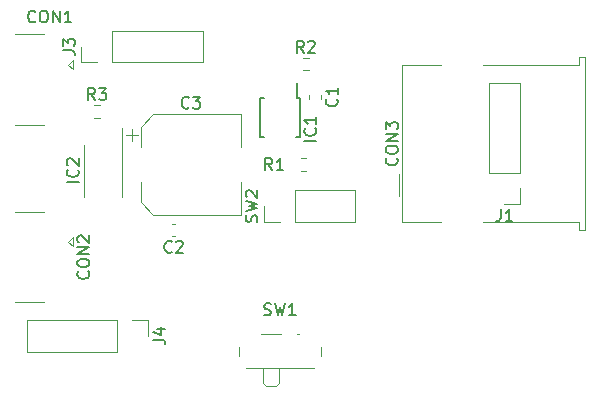
<source format=gbr>
%TF.GenerationSoftware,KiCad,Pcbnew,7.0.6*%
%TF.CreationDate,2023-09-17T17:39:24+01:00*%
%TF.ProjectId,working,776f726b-696e-4672-9e6b-696361645f70,rev?*%
%TF.SameCoordinates,Original*%
%TF.FileFunction,Legend,Top*%
%TF.FilePolarity,Positive*%
%FSLAX46Y46*%
G04 Gerber Fmt 4.6, Leading zero omitted, Abs format (unit mm)*
G04 Created by KiCad (PCBNEW 7.0.6) date 2023-09-17 17:39:24*
%MOMM*%
%LPD*%
G01*
G04 APERTURE LIST*
%ADD10C,0.150000*%
%ADD11C,0.120000*%
G04 APERTURE END LIST*
D10*
X-17045180Y-5476189D02*
X-18045180Y-5476189D01*
X-17140419Y-4428571D02*
X-17092800Y-4476190D01*
X-17092800Y-4476190D02*
X-17045180Y-4619047D01*
X-17045180Y-4619047D02*
X-17045180Y-4714285D01*
X-17045180Y-4714285D02*
X-17092800Y-4857142D01*
X-17092800Y-4857142D02*
X-17188038Y-4952380D01*
X-17188038Y-4952380D02*
X-17283276Y-4999999D01*
X-17283276Y-4999999D02*
X-17473752Y-5047618D01*
X-17473752Y-5047618D02*
X-17616609Y-5047618D01*
X-17616609Y-5047618D02*
X-17807085Y-4999999D01*
X-17807085Y-4999999D02*
X-17902323Y-4952380D01*
X-17902323Y-4952380D02*
X-17997561Y-4857142D01*
X-17997561Y-4857142D02*
X-18045180Y-4714285D01*
X-18045180Y-4714285D02*
X-18045180Y-4619047D01*
X-18045180Y-4619047D02*
X-17997561Y-4476190D01*
X-17997561Y-4476190D02*
X-17949942Y-4428571D01*
X-17949942Y-4047618D02*
X-17997561Y-3999999D01*
X-17997561Y-3999999D02*
X-18045180Y-3904761D01*
X-18045180Y-3904761D02*
X-18045180Y-3666666D01*
X-18045180Y-3666666D02*
X-17997561Y-3571428D01*
X-17997561Y-3571428D02*
X-17949942Y-3523809D01*
X-17949942Y-3523809D02*
X-17854704Y-3476190D01*
X-17854704Y-3476190D02*
X-17759466Y-3476190D01*
X-17759466Y-3476190D02*
X-17616609Y-3523809D01*
X-17616609Y-3523809D02*
X-17045180Y-4095237D01*
X-17045180Y-4095237D02*
X-17045180Y-3476190D01*
X-1962800Y-8833332D02*
X-1915180Y-8690475D01*
X-1915180Y-8690475D02*
X-1915180Y-8452380D01*
X-1915180Y-8452380D02*
X-1962800Y-8357142D01*
X-1962800Y-8357142D02*
X-2010419Y-8309523D01*
X-2010419Y-8309523D02*
X-2105657Y-8261904D01*
X-2105657Y-8261904D02*
X-2200895Y-8261904D01*
X-2200895Y-8261904D02*
X-2296133Y-8309523D01*
X-2296133Y-8309523D02*
X-2343752Y-8357142D01*
X-2343752Y-8357142D02*
X-2391371Y-8452380D01*
X-2391371Y-8452380D02*
X-2438990Y-8642856D01*
X-2438990Y-8642856D02*
X-2486609Y-8738094D01*
X-2486609Y-8738094D02*
X-2534228Y-8785713D01*
X-2534228Y-8785713D02*
X-2629466Y-8833332D01*
X-2629466Y-8833332D02*
X-2724704Y-8833332D01*
X-2724704Y-8833332D02*
X-2819942Y-8785713D01*
X-2819942Y-8785713D02*
X-2867561Y-8738094D01*
X-2867561Y-8738094D02*
X-2915180Y-8642856D01*
X-2915180Y-8642856D02*
X-2915180Y-8404761D01*
X-2915180Y-8404761D02*
X-2867561Y-8261904D01*
X-2915180Y-7928570D02*
X-1915180Y-7690475D01*
X-1915180Y-7690475D02*
X-2629466Y-7499999D01*
X-2629466Y-7499999D02*
X-1915180Y-7309523D01*
X-1915180Y-7309523D02*
X-2915180Y-7071428D01*
X-2819942Y-6738094D02*
X-2867561Y-6690475D01*
X-2867561Y-6690475D02*
X-2915180Y-6595237D01*
X-2915180Y-6595237D02*
X-2915180Y-6357142D01*
X-2915180Y-6357142D02*
X-2867561Y-6261904D01*
X-2867561Y-6261904D02*
X-2819942Y-6214285D01*
X-2819942Y-6214285D02*
X-2724704Y-6166666D01*
X-2724704Y-6166666D02*
X-2629466Y-6166666D01*
X-2629466Y-6166666D02*
X-2486609Y-6214285D01*
X-2486609Y-6214285D02*
X-1915180Y-6785713D01*
X-1915180Y-6785713D02*
X-1915180Y-6166666D01*
X-10715180Y-18833333D02*
X-10000895Y-18833333D01*
X-10000895Y-18833333D02*
X-9858038Y-18880952D01*
X-9858038Y-18880952D02*
X-9762800Y-18976190D01*
X-9762800Y-18976190D02*
X-9715180Y-19119047D01*
X-9715180Y-19119047D02*
X-9715180Y-19214285D01*
X-10381847Y-17928571D02*
X-9715180Y-17928571D01*
X-10762800Y-18166666D02*
X-10048514Y-18404761D01*
X-10048514Y-18404761D02*
X-10048514Y-17785714D01*
X-18375180Y5666666D02*
X-17660895Y5666666D01*
X-17660895Y5666666D02*
X-17518038Y5619047D01*
X-17518038Y5619047D02*
X-17422800Y5523809D01*
X-17422800Y5523809D02*
X-17375180Y5380952D01*
X-17375180Y5380952D02*
X-17375180Y5285714D01*
X-18375180Y6047619D02*
X-18375180Y6666666D01*
X-18375180Y6666666D02*
X-17994228Y6333333D01*
X-17994228Y6333333D02*
X-17994228Y6476190D01*
X-17994228Y6476190D02*
X-17946609Y6571428D01*
X-17946609Y6571428D02*
X-17898990Y6619047D01*
X-17898990Y6619047D02*
X-17803752Y6666666D01*
X-17803752Y6666666D02*
X-17565657Y6666666D01*
X-17565657Y6666666D02*
X-17470419Y6619047D01*
X-17470419Y6619047D02*
X-17422800Y6571428D01*
X-17422800Y6571428D02*
X-17375180Y6476190D01*
X-17375180Y6476190D02*
X-17375180Y6190476D01*
X-17375180Y6190476D02*
X-17422800Y6095238D01*
X-17422800Y6095238D02*
X-17470419Y6047619D01*
X18666666Y-7784819D02*
X18666666Y-8499104D01*
X18666666Y-8499104D02*
X18619047Y-8641961D01*
X18619047Y-8641961D02*
X18523809Y-8737200D01*
X18523809Y-8737200D02*
X18380952Y-8784819D01*
X18380952Y-8784819D02*
X18285714Y-8784819D01*
X19666666Y-8784819D02*
X19095238Y-8784819D01*
X19380952Y-8784819D02*
X19380952Y-7784819D01*
X19380952Y-7784819D02*
X19285714Y-7927676D01*
X19285714Y-7927676D02*
X19190476Y-8022914D01*
X19190476Y-8022914D02*
X19095238Y-8070533D01*
X-1333332Y-16707200D02*
X-1190475Y-16754819D01*
X-1190475Y-16754819D02*
X-952380Y-16754819D01*
X-952380Y-16754819D02*
X-857142Y-16707200D01*
X-857142Y-16707200D02*
X-809523Y-16659580D01*
X-809523Y-16659580D02*
X-761904Y-16564342D01*
X-761904Y-16564342D02*
X-761904Y-16469104D01*
X-761904Y-16469104D02*
X-809523Y-16373866D01*
X-809523Y-16373866D02*
X-857142Y-16326247D01*
X-857142Y-16326247D02*
X-952380Y-16278628D01*
X-952380Y-16278628D02*
X-1142856Y-16231009D01*
X-1142856Y-16231009D02*
X-1238094Y-16183390D01*
X-1238094Y-16183390D02*
X-1285713Y-16135771D01*
X-1285713Y-16135771D02*
X-1333332Y-16040533D01*
X-1333332Y-16040533D02*
X-1333332Y-15945295D01*
X-1333332Y-15945295D02*
X-1285713Y-15850057D01*
X-1285713Y-15850057D02*
X-1238094Y-15802438D01*
X-1238094Y-15802438D02*
X-1142856Y-15754819D01*
X-1142856Y-15754819D02*
X-904761Y-15754819D01*
X-904761Y-15754819D02*
X-761904Y-15802438D01*
X-428570Y-15754819D02*
X-190475Y-16754819D01*
X-190475Y-16754819D02*
X0Y-16040533D01*
X0Y-16040533D02*
X190476Y-16754819D01*
X190476Y-16754819D02*
X428572Y-15754819D01*
X1333333Y-16754819D02*
X761905Y-16754819D01*
X1047619Y-16754819D02*
X1047619Y-15754819D01*
X1047619Y-15754819D02*
X952381Y-15897676D01*
X952381Y-15897676D02*
X857143Y-15992914D01*
X857143Y-15992914D02*
X761905Y-16040533D01*
X9869580Y-3444285D02*
X9917200Y-3491904D01*
X9917200Y-3491904D02*
X9964819Y-3634761D01*
X9964819Y-3634761D02*
X9964819Y-3729999D01*
X9964819Y-3729999D02*
X9917200Y-3872856D01*
X9917200Y-3872856D02*
X9821961Y-3968094D01*
X9821961Y-3968094D02*
X9726723Y-4015713D01*
X9726723Y-4015713D02*
X9536247Y-4063332D01*
X9536247Y-4063332D02*
X9393390Y-4063332D01*
X9393390Y-4063332D02*
X9202914Y-4015713D01*
X9202914Y-4015713D02*
X9107676Y-3968094D01*
X9107676Y-3968094D02*
X9012438Y-3872856D01*
X9012438Y-3872856D02*
X8964819Y-3729999D01*
X8964819Y-3729999D02*
X8964819Y-3634761D01*
X8964819Y-3634761D02*
X9012438Y-3491904D01*
X9012438Y-3491904D02*
X9060057Y-3444285D01*
X8964819Y-2825237D02*
X8964819Y-2634761D01*
X8964819Y-2634761D02*
X9012438Y-2539523D01*
X9012438Y-2539523D02*
X9107676Y-2444285D01*
X9107676Y-2444285D02*
X9298152Y-2396666D01*
X9298152Y-2396666D02*
X9631485Y-2396666D01*
X9631485Y-2396666D02*
X9821961Y-2444285D01*
X9821961Y-2444285D02*
X9917200Y-2539523D01*
X9917200Y-2539523D02*
X9964819Y-2634761D01*
X9964819Y-2634761D02*
X9964819Y-2825237D01*
X9964819Y-2825237D02*
X9917200Y-2920475D01*
X9917200Y-2920475D02*
X9821961Y-3015713D01*
X9821961Y-3015713D02*
X9631485Y-3063332D01*
X9631485Y-3063332D02*
X9298152Y-3063332D01*
X9298152Y-3063332D02*
X9107676Y-3015713D01*
X9107676Y-3015713D02*
X9012438Y-2920475D01*
X9012438Y-2920475D02*
X8964819Y-2825237D01*
X9964819Y-1968094D02*
X8964819Y-1968094D01*
X8964819Y-1968094D02*
X9964819Y-1396666D01*
X9964819Y-1396666D02*
X8964819Y-1396666D01*
X8964819Y-1015713D02*
X8964819Y-396666D01*
X8964819Y-396666D02*
X9345771Y-729999D01*
X9345771Y-729999D02*
X9345771Y-587142D01*
X9345771Y-587142D02*
X9393390Y-491904D01*
X9393390Y-491904D02*
X9441009Y-444285D01*
X9441009Y-444285D02*
X9536247Y-396666D01*
X9536247Y-396666D02*
X9774342Y-396666D01*
X9774342Y-396666D02*
X9869580Y-444285D01*
X9869580Y-444285D02*
X9917200Y-491904D01*
X9917200Y-491904D02*
X9964819Y-587142D01*
X9964819Y-587142D02*
X9964819Y-872856D01*
X9964819Y-872856D02*
X9917200Y-968094D01*
X9917200Y-968094D02*
X9869580Y-1015713D01*
X-15666666Y1475180D02*
X-15999999Y1951371D01*
X-16238094Y1475180D02*
X-16238094Y2475180D01*
X-16238094Y2475180D02*
X-15857142Y2475180D01*
X-15857142Y2475180D02*
X-15761904Y2427561D01*
X-15761904Y2427561D02*
X-15714285Y2379942D01*
X-15714285Y2379942D02*
X-15666666Y2284704D01*
X-15666666Y2284704D02*
X-15666666Y2141847D01*
X-15666666Y2141847D02*
X-15714285Y2046609D01*
X-15714285Y2046609D02*
X-15761904Y1998990D01*
X-15761904Y1998990D02*
X-15857142Y1951371D01*
X-15857142Y1951371D02*
X-16238094Y1951371D01*
X-15333332Y2475180D02*
X-14714285Y2475180D01*
X-14714285Y2475180D02*
X-15047618Y2094228D01*
X-15047618Y2094228D02*
X-14904761Y2094228D01*
X-14904761Y2094228D02*
X-14809523Y2046609D01*
X-14809523Y2046609D02*
X-14761904Y1998990D01*
X-14761904Y1998990D02*
X-14714285Y1903752D01*
X-14714285Y1903752D02*
X-14714285Y1665657D01*
X-14714285Y1665657D02*
X-14761904Y1570419D01*
X-14761904Y1570419D02*
X-14809523Y1522800D01*
X-14809523Y1522800D02*
X-14904761Y1475180D01*
X-14904761Y1475180D02*
X-15190475Y1475180D01*
X-15190475Y1475180D02*
X-15285713Y1522800D01*
X-15285713Y1522800D02*
X-15333332Y1570419D01*
X4789580Y1558333D02*
X4837200Y1510714D01*
X4837200Y1510714D02*
X4884819Y1367857D01*
X4884819Y1367857D02*
X4884819Y1272619D01*
X4884819Y1272619D02*
X4837200Y1129762D01*
X4837200Y1129762D02*
X4741961Y1034524D01*
X4741961Y1034524D02*
X4646723Y986905D01*
X4646723Y986905D02*
X4456247Y939286D01*
X4456247Y939286D02*
X4313390Y939286D01*
X4313390Y939286D02*
X4122914Y986905D01*
X4122914Y986905D02*
X4027676Y1034524D01*
X4027676Y1034524D02*
X3932438Y1129762D01*
X3932438Y1129762D02*
X3884819Y1272619D01*
X3884819Y1272619D02*
X3884819Y1367857D01*
X3884819Y1367857D02*
X3932438Y1510714D01*
X3932438Y1510714D02*
X3980057Y1558333D01*
X4884819Y2510714D02*
X4884819Y1939286D01*
X4884819Y2225000D02*
X3884819Y2225000D01*
X3884819Y2225000D02*
X4027676Y2129762D01*
X4027676Y2129762D02*
X4122914Y2034524D01*
X4122914Y2034524D02*
X4170533Y1939286D01*
X3054819Y-1976189D02*
X2054819Y-1976189D01*
X2959580Y-928571D02*
X3007200Y-976190D01*
X3007200Y-976190D02*
X3054819Y-1119047D01*
X3054819Y-1119047D02*
X3054819Y-1214285D01*
X3054819Y-1214285D02*
X3007200Y-1357142D01*
X3007200Y-1357142D02*
X2911961Y-1452380D01*
X2911961Y-1452380D02*
X2816723Y-1499999D01*
X2816723Y-1499999D02*
X2626247Y-1547618D01*
X2626247Y-1547618D02*
X2483390Y-1547618D01*
X2483390Y-1547618D02*
X2292914Y-1499999D01*
X2292914Y-1499999D02*
X2197676Y-1452380D01*
X2197676Y-1452380D02*
X2102438Y-1357142D01*
X2102438Y-1357142D02*
X2054819Y-1214285D01*
X2054819Y-1214285D02*
X2054819Y-1119047D01*
X2054819Y-1119047D02*
X2102438Y-976190D01*
X2102438Y-976190D02*
X2150057Y-928571D01*
X3054819Y23809D02*
X3054819Y-547618D01*
X3054819Y-261904D02*
X2054819Y-261904D01*
X2054819Y-261904D02*
X2197676Y-357142D01*
X2197676Y-357142D02*
X2292914Y-452380D01*
X2292914Y-452380D02*
X2340533Y-547618D01*
X-666666Y-4454819D02*
X-999999Y-3978628D01*
X-1238094Y-4454819D02*
X-1238094Y-3454819D01*
X-1238094Y-3454819D02*
X-857142Y-3454819D01*
X-857142Y-3454819D02*
X-761904Y-3502438D01*
X-761904Y-3502438D02*
X-714285Y-3550057D01*
X-714285Y-3550057D02*
X-666666Y-3645295D01*
X-666666Y-3645295D02*
X-666666Y-3788152D01*
X-666666Y-3788152D02*
X-714285Y-3883390D01*
X-714285Y-3883390D02*
X-761904Y-3931009D01*
X-761904Y-3931009D02*
X-857142Y-3978628D01*
X-857142Y-3978628D02*
X-1238094Y-3978628D01*
X285714Y-4454819D02*
X-285713Y-4454819D01*
X0Y-4454819D02*
X0Y-3454819D01*
X0Y-3454819D02*
X-95237Y-3597676D01*
X-95237Y-3597676D02*
X-190475Y-3692914D01*
X-190475Y-3692914D02*
X-285713Y-3740533D01*
X2008333Y5475180D02*
X1675000Y5951371D01*
X1436905Y5475180D02*
X1436905Y6475180D01*
X1436905Y6475180D02*
X1817857Y6475180D01*
X1817857Y6475180D02*
X1913095Y6427561D01*
X1913095Y6427561D02*
X1960714Y6379942D01*
X1960714Y6379942D02*
X2008333Y6284704D01*
X2008333Y6284704D02*
X2008333Y6141847D01*
X2008333Y6141847D02*
X1960714Y6046609D01*
X1960714Y6046609D02*
X1913095Y5998990D01*
X1913095Y5998990D02*
X1817857Y5951371D01*
X1817857Y5951371D02*
X1436905Y5951371D01*
X2389286Y6379942D02*
X2436905Y6427561D01*
X2436905Y6427561D02*
X2532143Y6475180D01*
X2532143Y6475180D02*
X2770238Y6475180D01*
X2770238Y6475180D02*
X2865476Y6427561D01*
X2865476Y6427561D02*
X2913095Y6379942D01*
X2913095Y6379942D02*
X2960714Y6284704D01*
X2960714Y6284704D02*
X2960714Y6189466D01*
X2960714Y6189466D02*
X2913095Y6046609D01*
X2913095Y6046609D02*
X2341667Y5475180D01*
X2341667Y5475180D02*
X2960714Y5475180D01*
X-20714285Y8140419D02*
X-20761904Y8092800D01*
X-20761904Y8092800D02*
X-20904761Y8045180D01*
X-20904761Y8045180D02*
X-20999999Y8045180D01*
X-20999999Y8045180D02*
X-21142856Y8092800D01*
X-21142856Y8092800D02*
X-21238094Y8188038D01*
X-21238094Y8188038D02*
X-21285713Y8283276D01*
X-21285713Y8283276D02*
X-21333332Y8473752D01*
X-21333332Y8473752D02*
X-21333332Y8616609D01*
X-21333332Y8616609D02*
X-21285713Y8807085D01*
X-21285713Y8807085D02*
X-21238094Y8902323D01*
X-21238094Y8902323D02*
X-21142856Y8997561D01*
X-21142856Y8997561D02*
X-20999999Y9045180D01*
X-20999999Y9045180D02*
X-20904761Y9045180D01*
X-20904761Y9045180D02*
X-20761904Y8997561D01*
X-20761904Y8997561D02*
X-20714285Y8949942D01*
X-20095237Y9045180D02*
X-19904761Y9045180D01*
X-19904761Y9045180D02*
X-19809523Y8997561D01*
X-19809523Y8997561D02*
X-19714285Y8902323D01*
X-19714285Y8902323D02*
X-19666666Y8711847D01*
X-19666666Y8711847D02*
X-19666666Y8378514D01*
X-19666666Y8378514D02*
X-19714285Y8188038D01*
X-19714285Y8188038D02*
X-19809523Y8092800D01*
X-19809523Y8092800D02*
X-19904761Y8045180D01*
X-19904761Y8045180D02*
X-20095237Y8045180D01*
X-20095237Y8045180D02*
X-20190475Y8092800D01*
X-20190475Y8092800D02*
X-20285713Y8188038D01*
X-20285713Y8188038D02*
X-20333332Y8378514D01*
X-20333332Y8378514D02*
X-20333332Y8711847D01*
X-20333332Y8711847D02*
X-20285713Y8902323D01*
X-20285713Y8902323D02*
X-20190475Y8997561D01*
X-20190475Y8997561D02*
X-20095237Y9045180D01*
X-19238094Y8045180D02*
X-19238094Y9045180D01*
X-19238094Y9045180D02*
X-18666666Y8045180D01*
X-18666666Y8045180D02*
X-18666666Y9045180D01*
X-17666666Y8045180D02*
X-18238094Y8045180D01*
X-17952380Y8045180D02*
X-17952380Y9045180D01*
X-17952380Y9045180D02*
X-18047618Y8902323D01*
X-18047618Y8902323D02*
X-18142856Y8807085D01*
X-18142856Y8807085D02*
X-18238094Y8759466D01*
X-16250419Y-13039285D02*
X-16202800Y-13086904D01*
X-16202800Y-13086904D02*
X-16155180Y-13229761D01*
X-16155180Y-13229761D02*
X-16155180Y-13324999D01*
X-16155180Y-13324999D02*
X-16202800Y-13467856D01*
X-16202800Y-13467856D02*
X-16298038Y-13563094D01*
X-16298038Y-13563094D02*
X-16393276Y-13610713D01*
X-16393276Y-13610713D02*
X-16583752Y-13658332D01*
X-16583752Y-13658332D02*
X-16726609Y-13658332D01*
X-16726609Y-13658332D02*
X-16917085Y-13610713D01*
X-16917085Y-13610713D02*
X-17012323Y-13563094D01*
X-17012323Y-13563094D02*
X-17107561Y-13467856D01*
X-17107561Y-13467856D02*
X-17155180Y-13324999D01*
X-17155180Y-13324999D02*
X-17155180Y-13229761D01*
X-17155180Y-13229761D02*
X-17107561Y-13086904D01*
X-17107561Y-13086904D02*
X-17059942Y-13039285D01*
X-17155180Y-12420237D02*
X-17155180Y-12229761D01*
X-17155180Y-12229761D02*
X-17107561Y-12134523D01*
X-17107561Y-12134523D02*
X-17012323Y-12039285D01*
X-17012323Y-12039285D02*
X-16821847Y-11991666D01*
X-16821847Y-11991666D02*
X-16488514Y-11991666D01*
X-16488514Y-11991666D02*
X-16298038Y-12039285D01*
X-16298038Y-12039285D02*
X-16202800Y-12134523D01*
X-16202800Y-12134523D02*
X-16155180Y-12229761D01*
X-16155180Y-12229761D02*
X-16155180Y-12420237D01*
X-16155180Y-12420237D02*
X-16202800Y-12515475D01*
X-16202800Y-12515475D02*
X-16298038Y-12610713D01*
X-16298038Y-12610713D02*
X-16488514Y-12658332D01*
X-16488514Y-12658332D02*
X-16821847Y-12658332D01*
X-16821847Y-12658332D02*
X-17012323Y-12610713D01*
X-17012323Y-12610713D02*
X-17107561Y-12515475D01*
X-17107561Y-12515475D02*
X-17155180Y-12420237D01*
X-16155180Y-11563094D02*
X-17155180Y-11563094D01*
X-17155180Y-11563094D02*
X-16155180Y-10991666D01*
X-16155180Y-10991666D02*
X-17155180Y-10991666D01*
X-17059942Y-10563094D02*
X-17107561Y-10515475D01*
X-17107561Y-10515475D02*
X-17155180Y-10420237D01*
X-17155180Y-10420237D02*
X-17155180Y-10182142D01*
X-17155180Y-10182142D02*
X-17107561Y-10086904D01*
X-17107561Y-10086904D02*
X-17059942Y-10039285D01*
X-17059942Y-10039285D02*
X-16964704Y-9991666D01*
X-16964704Y-9991666D02*
X-16869466Y-9991666D01*
X-16869466Y-9991666D02*
X-16726609Y-10039285D01*
X-16726609Y-10039285D02*
X-16155180Y-10610713D01*
X-16155180Y-10610713D02*
X-16155180Y-9991666D01*
X-9166666Y-11359580D02*
X-9214285Y-11407200D01*
X-9214285Y-11407200D02*
X-9357142Y-11454819D01*
X-9357142Y-11454819D02*
X-9452380Y-11454819D01*
X-9452380Y-11454819D02*
X-9595237Y-11407200D01*
X-9595237Y-11407200D02*
X-9690475Y-11311961D01*
X-9690475Y-11311961D02*
X-9738094Y-11216723D01*
X-9738094Y-11216723D02*
X-9785713Y-11026247D01*
X-9785713Y-11026247D02*
X-9785713Y-10883390D01*
X-9785713Y-10883390D02*
X-9738094Y-10692914D01*
X-9738094Y-10692914D02*
X-9690475Y-10597676D01*
X-9690475Y-10597676D02*
X-9595237Y-10502438D01*
X-9595237Y-10502438D02*
X-9452380Y-10454819D01*
X-9452380Y-10454819D02*
X-9357142Y-10454819D01*
X-9357142Y-10454819D02*
X-9214285Y-10502438D01*
X-9214285Y-10502438D02*
X-9166666Y-10550057D01*
X-8785713Y-10550057D02*
X-8738094Y-10502438D01*
X-8738094Y-10502438D02*
X-8642856Y-10454819D01*
X-8642856Y-10454819D02*
X-8404761Y-10454819D01*
X-8404761Y-10454819D02*
X-8309523Y-10502438D01*
X-8309523Y-10502438D02*
X-8261904Y-10550057D01*
X-8261904Y-10550057D02*
X-8214285Y-10645295D01*
X-8214285Y-10645295D02*
X-8214285Y-10740533D01*
X-8214285Y-10740533D02*
X-8261904Y-10883390D01*
X-8261904Y-10883390D02*
X-8833332Y-11454819D01*
X-8833332Y-11454819D02*
X-8214285Y-11454819D01*
X-7716666Y840419D02*
X-7764285Y792800D01*
X-7764285Y792800D02*
X-7907142Y745180D01*
X-7907142Y745180D02*
X-8002380Y745180D01*
X-8002380Y745180D02*
X-8145237Y792800D01*
X-8145237Y792800D02*
X-8240475Y888038D01*
X-8240475Y888038D02*
X-8288094Y983276D01*
X-8288094Y983276D02*
X-8335713Y1173752D01*
X-8335713Y1173752D02*
X-8335713Y1316609D01*
X-8335713Y1316609D02*
X-8288094Y1507085D01*
X-8288094Y1507085D02*
X-8240475Y1602323D01*
X-8240475Y1602323D02*
X-8145237Y1697561D01*
X-8145237Y1697561D02*
X-8002380Y1745180D01*
X-8002380Y1745180D02*
X-7907142Y1745180D01*
X-7907142Y1745180D02*
X-7764285Y1697561D01*
X-7764285Y1697561D02*
X-7716666Y1649942D01*
X-7383332Y1745180D02*
X-6764285Y1745180D01*
X-6764285Y1745180D02*
X-7097618Y1364228D01*
X-7097618Y1364228D02*
X-6954761Y1364228D01*
X-6954761Y1364228D02*
X-6859523Y1316609D01*
X-6859523Y1316609D02*
X-6811904Y1268990D01*
X-6811904Y1268990D02*
X-6764285Y1173752D01*
X-6764285Y1173752D02*
X-6764285Y935657D01*
X-6764285Y935657D02*
X-6811904Y840419D01*
X-6811904Y840419D02*
X-6859523Y792800D01*
X-6859523Y792800D02*
X-6954761Y745180D01*
X-6954761Y745180D02*
X-7240475Y745180D01*
X-7240475Y745180D02*
X-7335713Y792800D01*
X-7335713Y792800D02*
X-7383332Y840419D01*
D11*
%TO.C,IC2*%
X-13390000Y-4500000D02*
X-13390000Y-900000D01*
X-13390000Y-4500000D02*
X-13390000Y-6700000D01*
X-16610000Y-4500000D02*
X-16610000Y-2300000D01*
X-16610000Y-4500000D02*
X-16610000Y-6700000D01*
%TO.C,SW2*%
X6370000Y-8830000D02*
X6370000Y-6170000D01*
X1230000Y-8830000D02*
X6370000Y-8830000D01*
X-40000Y-8830000D02*
X-1370000Y-8830000D01*
X1230000Y-6170000D02*
X6370000Y-6170000D01*
X-1370000Y-8830000D02*
X-1370000Y-7500000D01*
X1230000Y-8830000D02*
X1230000Y-6170000D01*
%TO.C,J4*%
X-13770000Y-19830000D02*
X-21450000Y-19830000D01*
X-12500000Y-17170000D02*
X-11170000Y-17170000D01*
X-21450000Y-17170000D02*
X-21450000Y-19830000D01*
X-13770000Y-17170000D02*
X-13770000Y-19830000D01*
X-11170000Y-17170000D02*
X-11170000Y-18500000D01*
X-13770000Y-17170000D02*
X-21450000Y-17170000D01*
%TO.C,J3*%
X-14230000Y7330000D02*
X-6550000Y7330000D01*
X-15500000Y4670000D02*
X-16830000Y4670000D01*
X-6550000Y4670000D02*
X-6550000Y7330000D01*
X-14230000Y4670000D02*
X-14230000Y7330000D01*
X-16830000Y4670000D02*
X-16830000Y6000000D01*
X-14230000Y4670000D02*
X-6550000Y4670000D01*
%TO.C,J1*%
X20330000Y-4730000D02*
X20330000Y2950000D01*
X20330000Y-7330000D02*
X19000000Y-7330000D01*
X20330000Y-4730000D02*
X17670000Y-4730000D01*
X20330000Y2950000D02*
X17670000Y2950000D01*
X20330000Y-6000000D02*
X20330000Y-7330000D01*
X17670000Y-4730000D02*
X17670000Y2950000D01*
%TO.C,SW1*%
X-1400000Y-21230000D02*
X-1400000Y-22520000D01*
X3450000Y-20220000D02*
X3450000Y-19430000D01*
X1400000Y-18380000D02*
X1600000Y-18380000D01*
X-2850000Y-21230000D02*
X2850000Y-21230000D01*
X-1200000Y-22730000D02*
X-300000Y-22730000D01*
X-3450000Y-19430000D02*
X-3450000Y-20220000D01*
X-100000Y-22520000D02*
X-300000Y-22730000D01*
X-100000Y-22520000D02*
X-100000Y-21230000D01*
X-1400000Y-22520000D02*
X-1200000Y-22730000D01*
X-1600000Y-18380000D02*
X100000Y-18380000D01*
%TO.C,CON3*%
X25280000Y-9540000D02*
X25800000Y-9540000D01*
X25800000Y-9540000D02*
X25800000Y5080000D01*
X10320000Y-8890000D02*
X13650000Y-8890000D01*
X10320000Y-8890000D02*
X10320000Y4430000D01*
X25280000Y-8890000D02*
X25280000Y-9540000D01*
X25280000Y-8890000D02*
X17170000Y-8890000D01*
X10100000Y-6630000D02*
X10100000Y-4830000D01*
X10320000Y4430000D02*
X13650000Y4430000D01*
X17170000Y4430000D02*
X25280000Y4430000D01*
X25280000Y5080000D02*
X25280000Y4430000D01*
X25800000Y5080000D02*
X25280000Y5080000D01*
%TO.C,R3*%
X-15737258Y1022500D02*
X-15262742Y1022500D01*
X-15737258Y-22500D02*
X-15262742Y-22500D01*
%TO.C,C1*%
X3510000Y1865580D02*
X3510000Y1584420D01*
X2490000Y1865580D02*
X2490000Y1584420D01*
D10*
%TO.C,IC1*%
X1675000Y1675000D02*
X1450000Y1675000D01*
X1675000Y1675000D02*
X1675000Y-1675000D01*
X1450000Y1675000D02*
X1450000Y2900000D01*
X-1675000Y1675000D02*
X-1375000Y1675000D01*
X-1675000Y1675000D02*
X-1675000Y-1675000D01*
X1675000Y-1675000D02*
X1375000Y-1675000D01*
X-1675000Y-1675000D02*
X-1375000Y-1675000D01*
D11*
%TO.C,R1*%
X1762742Y-3477500D02*
X2237258Y-3477500D01*
X1762742Y-4522500D02*
X2237258Y-4522500D01*
%TO.C,R2*%
X1937742Y5022500D02*
X2412258Y5022500D01*
X1937742Y3977500D02*
X2412258Y3977500D01*
%TO.C,CON1*%
X-19950000Y7020000D02*
X-22440000Y7020000D01*
X-17510000Y4875000D02*
X-17510000Y4075000D01*
X-17960000Y4475000D02*
X-17510000Y4875000D01*
X-17510000Y4075000D02*
X-17960000Y4475000D01*
X-19950000Y-670000D02*
X-22440000Y-670000D01*
%TO.C,CON2*%
X-19950000Y-7980000D02*
X-22440000Y-7980000D01*
X-17510000Y-10125000D02*
X-17510000Y-10925000D01*
X-17960000Y-10525000D02*
X-17510000Y-10125000D01*
X-17510000Y-10925000D02*
X-17960000Y-10525000D01*
X-19950000Y-15670000D02*
X-22440000Y-15670000D01*
%TO.C,C2*%
X-9140580Y-8990000D02*
X-8859420Y-8990000D01*
X-9140580Y-10010000D02*
X-8859420Y-10010000D01*
%TO.C,C3*%
X-13050000Y-1490000D02*
X-12050000Y-1490000D01*
X-12550000Y-990000D02*
X-12550000Y-1990000D01*
X-11810000Y-804437D02*
X-11810000Y-2490000D01*
X-11810000Y-804437D02*
X-10745563Y260000D01*
X-11810000Y-7195563D02*
X-11810000Y-5510000D01*
X-11810000Y-7195563D02*
X-10745563Y-8260000D01*
X-10745563Y260000D02*
X-3290000Y260000D01*
X-10745563Y-8260000D02*
X-3290000Y-8260000D01*
X-3290000Y260000D02*
X-3290000Y-2490000D01*
X-3290000Y-8260000D02*
X-3290000Y-5510000D01*
%TD*%
M02*

</source>
